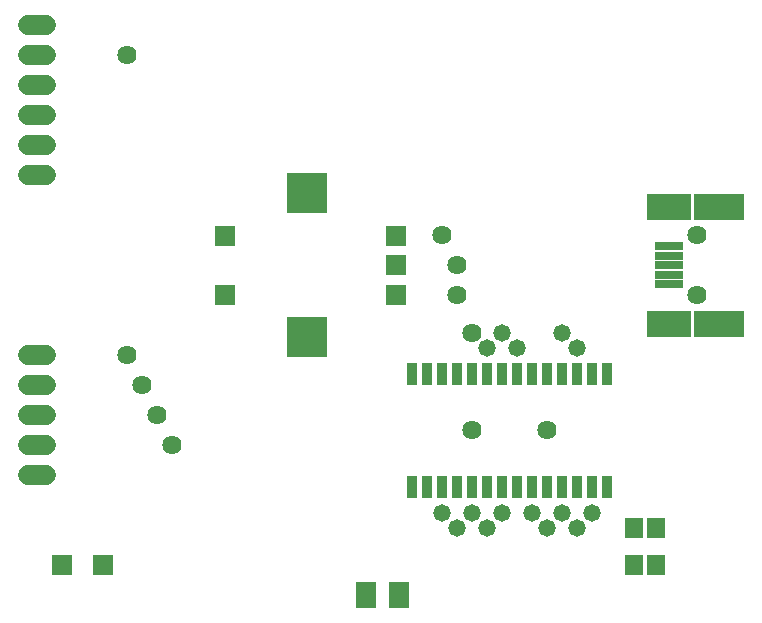
<source format=gts>
G75*
%MOIN*%
%OFA0B0*%
%FSLAX24Y24*%
%IPPOS*%
%LPD*%
%AMOC8*
5,1,8,0,0,1.08239X$1,22.5*
%
%ADD10R,0.0671X0.0671*%
%ADD11R,0.0710X0.0867*%
%ADD12R,0.0592X0.0671*%
%ADD13R,0.0336X0.0749*%
%ADD14R,0.0674X0.0674*%
%ADD15R,0.1346X0.1346*%
%ADD16C,0.0580*%
%ADD17R,0.0966X0.0277*%
%ADD18R,0.1655X0.0887*%
%ADD19R,0.1458X0.0887*%
%ADD20C,0.0680*%
%ADD21C,0.0640*%
D10*
X003861Y002680D03*
X005239Y002680D03*
D11*
X013999Y001680D03*
X015101Y001680D03*
D12*
X022926Y002680D03*
X023674Y002680D03*
X023674Y003930D03*
X022926Y003930D03*
D13*
X022050Y005298D03*
X021550Y005298D03*
X021050Y005298D03*
X020550Y005298D03*
X020050Y005298D03*
X019550Y005298D03*
X019050Y005298D03*
X018550Y005298D03*
X018050Y005298D03*
X017550Y005298D03*
X017050Y005298D03*
X016550Y005298D03*
X016050Y005298D03*
X015550Y005298D03*
X015550Y009062D03*
X016050Y009062D03*
X016550Y009062D03*
X017050Y009062D03*
X017550Y009062D03*
X018050Y009062D03*
X018550Y009062D03*
X019050Y009062D03*
X019550Y009062D03*
X020050Y009062D03*
X020550Y009062D03*
X021050Y009062D03*
X021550Y009062D03*
X022050Y009062D03*
D14*
X015003Y011696D03*
X015003Y012680D03*
X015003Y013664D03*
X009294Y013664D03*
X009294Y011696D03*
D15*
X012050Y010278D03*
X012050Y015082D03*
D16*
X018050Y009930D03*
X018550Y010430D03*
X019050Y009930D03*
X020550Y010430D03*
X021050Y009930D03*
X020550Y004430D03*
X020050Y003930D03*
X019550Y004430D03*
X018550Y004430D03*
X018050Y003930D03*
X017550Y004430D03*
X017050Y003930D03*
X016550Y004430D03*
X021050Y003930D03*
X021550Y004430D03*
D17*
X024089Y012050D03*
X024089Y012365D03*
X024089Y012680D03*
X024089Y012995D03*
X024089Y013310D03*
D18*
X025763Y014629D03*
X025763Y010731D03*
D19*
X024089Y010731D03*
X024089Y014629D03*
D20*
X003350Y015680D02*
X002750Y015680D01*
X002750Y016680D02*
X003350Y016680D01*
X003350Y017680D02*
X002750Y017680D01*
X002750Y018680D02*
X003350Y018680D01*
X003350Y019680D02*
X002750Y019680D01*
X002750Y020680D02*
X003350Y020680D01*
X003350Y009680D02*
X002750Y009680D01*
X002750Y008680D02*
X003350Y008680D01*
X003350Y007680D02*
X002750Y007680D01*
X002750Y006680D02*
X003350Y006680D01*
X003350Y005680D02*
X002750Y005680D01*
D21*
X006550Y008680D03*
X006050Y009680D03*
X007050Y007680D03*
X007550Y006680D03*
X016550Y013680D03*
X017050Y012680D03*
X017050Y011680D03*
X017550Y010430D03*
X017550Y007180D03*
X020050Y007180D03*
X025050Y011680D03*
X025050Y013680D03*
X006050Y019680D03*
M02*

</source>
